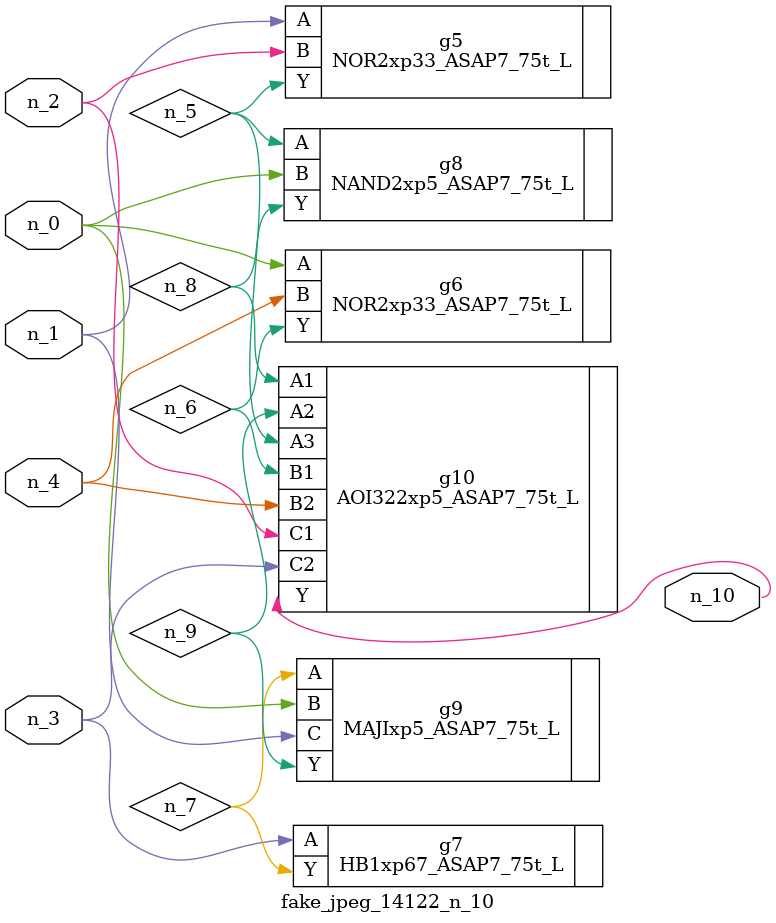
<source format=v>
module fake_jpeg_14122_n_10 (n_3, n_2, n_1, n_0, n_4, n_10);

input n_3;
input n_2;
input n_1;
input n_0;
input n_4;

output n_10;

wire n_8;
wire n_9;
wire n_6;
wire n_5;
wire n_7;

NOR2xp33_ASAP7_75t_L g5 ( 
.A(n_1),
.B(n_2),
.Y(n_5)
);

NOR2xp33_ASAP7_75t_L g6 ( 
.A(n_0),
.B(n_4),
.Y(n_6)
);

HB1xp67_ASAP7_75t_L g7 ( 
.A(n_3),
.Y(n_7)
);

NAND2xp5_ASAP7_75t_L g8 ( 
.A(n_5),
.B(n_0),
.Y(n_8)
);

AOI322xp5_ASAP7_75t_L g10 ( 
.A1(n_8),
.A2(n_9),
.A3(n_5),
.B1(n_6),
.B2(n_4),
.C1(n_2),
.C2(n_3),
.Y(n_10)
);

MAJIxp5_ASAP7_75t_L g9 ( 
.A(n_7),
.B(n_0),
.C(n_1),
.Y(n_9)
);


endmodule
</source>
